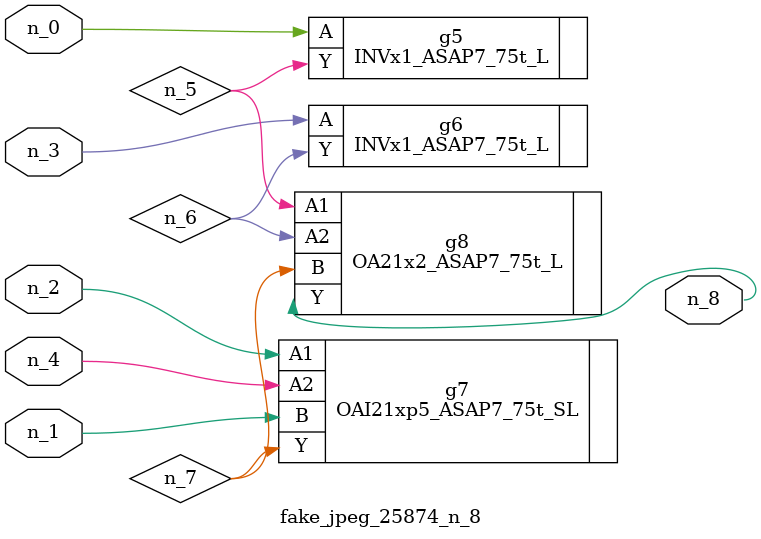
<source format=v>
module fake_jpeg_25874_n_8 (n_3, n_2, n_1, n_0, n_4, n_8);

input n_3;
input n_2;
input n_1;
input n_0;
input n_4;

output n_8;

wire n_6;
wire n_5;
wire n_7;

INVx1_ASAP7_75t_L g5 ( 
.A(n_0),
.Y(n_5)
);

INVx1_ASAP7_75t_L g6 ( 
.A(n_3),
.Y(n_6)
);

OAI21xp5_ASAP7_75t_SL g7 ( 
.A1(n_2),
.A2(n_4),
.B(n_1),
.Y(n_7)
);

OA21x2_ASAP7_75t_L g8 ( 
.A1(n_5),
.A2(n_6),
.B(n_7),
.Y(n_8)
);


endmodule
</source>
